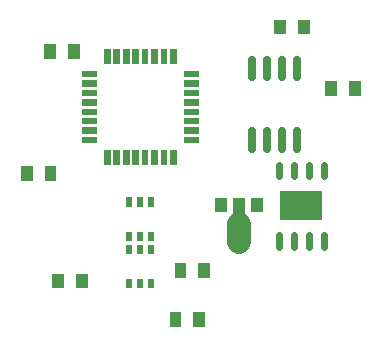
<source format=gbp>
G04 Layer: BottomPasteMaskLayer*
G04 EasyEDA v6.4.7, 2020-10-05T14:23:05+01:00*
G04 80753c53b72f4884ac218c40b0928968,81cdacc9909441f8a3d49748f20dc12b,10*
G04 Gerber Generator version 0.2*
G04 Scale: 100 percent, Rotated: No, Reflected: No *
G04 Dimensions in millimeters *
G04 leading zeros omitted , absolute positions ,3 integer and 3 decimal *
%FSLAX33Y33*%
%MOMM*%
G90*
D02*

%ADD12C,0.700001*%
%ADD31C,0.599999*%
%ADD32C,2.000001*%

%LPD*%
G54D31*
G01X25907Y14254D02*
G01X25907Y13254D01*
G01X27177Y14254D02*
G01X27177Y13254D01*
G01X28447Y14254D02*
G01X28447Y13254D01*
G01X29717Y14254D02*
G01X29717Y13254D01*
G01X25907Y8310D02*
G01X25907Y7310D01*
G01X27177Y8310D02*
G01X27177Y7310D01*
G01X28447Y8310D02*
G01X28447Y7310D01*
G01X29717Y8310D02*
G01X29717Y7310D01*
G54D12*
G01X27449Y17102D02*
G01X27449Y15602D01*
G01X26179Y17102D02*
G01X26179Y15602D01*
G01X24909Y17102D02*
G01X24909Y15602D01*
G01X23639Y17102D02*
G01X23639Y15602D01*
G01X27449Y23147D02*
G01X27449Y21647D01*
G01X26179Y23147D02*
G01X26179Y21647D01*
G01X24909Y23147D02*
G01X24909Y21647D01*
G01X23639Y23147D02*
G01X23639Y21647D01*
G54D32*
G01X22588Y9210D02*
G01X22588Y7710D01*
G36*
G01X19133Y22202D02*
G01X17863Y22202D01*
G01X17863Y21643D01*
G01X19133Y21643D01*
G01X19133Y22202D01*
G37*
G36*
G01X19133Y21414D02*
G01X17863Y21414D01*
G01X17863Y20855D01*
G01X19133Y20855D01*
G01X19133Y21414D01*
G37*
G36*
G01X19133Y20601D02*
G01X17863Y20601D01*
G01X17863Y20043D01*
G01X19133Y20043D01*
G01X19133Y20601D01*
G37*
G36*
G01X19133Y19814D02*
G01X17863Y19814D01*
G01X17863Y19255D01*
G01X19133Y19255D01*
G01X19133Y19814D01*
G37*
G36*
G01X19133Y19001D02*
G01X17863Y19001D01*
G01X17863Y18442D01*
G01X19133Y18442D01*
G01X19133Y19001D01*
G37*
G36*
G01X19133Y18214D02*
G01X17863Y18214D01*
G01X17863Y17655D01*
G01X19133Y17655D01*
G01X19133Y18214D01*
G37*
G36*
G01X19133Y17401D02*
G01X17863Y17401D01*
G01X17863Y16842D01*
G01X19133Y16842D01*
G01X19133Y17401D01*
G37*
G36*
G01X19133Y16614D02*
G01X17863Y16614D01*
G01X17863Y16055D01*
G01X19133Y16055D01*
G01X19133Y16614D01*
G37*
G36*
G01X17279Y15471D02*
G01X16720Y15471D01*
G01X16720Y14201D01*
G01X17279Y14201D01*
G01X17279Y15471D01*
G37*
G36*
G01X16492Y15471D02*
G01X15933Y15471D01*
G01X15933Y14201D01*
G01X16492Y14201D01*
G01X16492Y15471D01*
G37*
G36*
G01X15679Y15471D02*
G01X15120Y15471D01*
G01X15120Y14201D01*
G01X15679Y14201D01*
G01X15679Y15471D01*
G37*
G36*
G01X14892Y15471D02*
G01X14333Y15471D01*
G01X14333Y14201D01*
G01X14892Y14201D01*
G01X14892Y15471D01*
G37*
G36*
G01X14079Y15471D02*
G01X13520Y15471D01*
G01X13520Y14201D01*
G01X14079Y14201D01*
G01X14079Y15471D01*
G37*
G36*
G01X13291Y15471D02*
G01X12733Y15471D01*
G01X12733Y14201D01*
G01X13291Y14201D01*
G01X13291Y15471D01*
G37*
G36*
G01X12479Y15471D02*
G01X11920Y15471D01*
G01X11920Y14201D01*
G01X12479Y14201D01*
G01X12479Y15471D01*
G37*
G36*
G01X11691Y15471D02*
G01X11132Y15471D01*
G01X11132Y14201D01*
G01X11691Y14201D01*
G01X11691Y15471D01*
G37*
G36*
G01X10548Y16614D02*
G01X9278Y16614D01*
G01X9278Y16055D01*
G01X10548Y16055D01*
G01X10548Y16614D01*
G37*
G36*
G01X10548Y17401D02*
G01X9278Y17401D01*
G01X9278Y16842D01*
G01X10548Y16842D01*
G01X10548Y17401D01*
G37*
G36*
G01X10548Y18214D02*
G01X9278Y18214D01*
G01X9278Y17655D01*
G01X10548Y17655D01*
G01X10548Y18214D01*
G37*
G36*
G01X10548Y19001D02*
G01X9278Y19001D01*
G01X9278Y18442D01*
G01X10548Y18442D01*
G01X10548Y19001D01*
G37*
G36*
G01X10548Y19814D02*
G01X9278Y19814D01*
G01X9278Y19255D01*
G01X10548Y19255D01*
G01X10548Y19814D01*
G37*
G36*
G01X10548Y20601D02*
G01X9278Y20601D01*
G01X9278Y20043D01*
G01X10548Y20043D01*
G01X10548Y20601D01*
G37*
G36*
G01X10548Y21414D02*
G01X9278Y21414D01*
G01X9278Y20855D01*
G01X10548Y20855D01*
G01X10548Y21414D01*
G37*
G36*
G01X10548Y22202D02*
G01X9278Y22202D01*
G01X9278Y21643D01*
G01X10548Y21643D01*
G01X10548Y22202D01*
G37*
G36*
G01X11691Y24056D02*
G01X11132Y24056D01*
G01X11132Y22786D01*
G01X11691Y22786D01*
G01X11691Y24056D01*
G37*
G36*
G01X12479Y24056D02*
G01X11920Y24056D01*
G01X11920Y22786D01*
G01X12479Y22786D01*
G01X12479Y24056D01*
G37*
G36*
G01X13291Y24056D02*
G01X12733Y24056D01*
G01X12733Y22786D01*
G01X13291Y22786D01*
G01X13291Y24056D01*
G37*
G36*
G01X14079Y24056D02*
G01X13520Y24056D01*
G01X13520Y22786D01*
G01X14079Y22786D01*
G01X14079Y24056D01*
G37*
G36*
G01X14892Y24056D02*
G01X14333Y24056D01*
G01X14333Y22786D01*
G01X14892Y22786D01*
G01X14892Y24056D01*
G37*
G36*
G01X15679Y24056D02*
G01X15120Y24056D01*
G01X15120Y22786D01*
G01X15679Y22786D01*
G01X15679Y24056D01*
G37*
G36*
G01X16492Y24056D02*
G01X15933Y24056D01*
G01X15933Y22786D01*
G01X16492Y22786D01*
G01X16492Y24056D01*
G37*
G36*
G01X17279Y24056D02*
G01X16720Y24056D01*
G01X16720Y22786D01*
G01X17279Y22786D01*
G01X17279Y24056D01*
G37*
G36*
G01X26062Y9532D02*
G01X29563Y9532D01*
G01X29563Y12032D01*
G01X26062Y12032D01*
G01X26062Y9532D01*
G37*
G36*
G01X14837Y4565D02*
G01X14837Y3765D01*
G01X15347Y3765D01*
G01X15347Y4565D01*
G01X14837Y4565D01*
G37*
G36*
G01X13897Y4565D02*
G01X13897Y3765D01*
G01X14408Y3765D01*
G01X14408Y4565D01*
G01X13897Y4565D01*
G37*
G36*
G01X12957Y4565D02*
G01X12957Y3765D01*
G01X13468Y3765D01*
G01X13468Y4565D01*
G01X12957Y4565D01*
G37*
G36*
G01X12957Y7461D02*
G01X12957Y6661D01*
G01X13468Y6661D01*
G01X13468Y7461D01*
G01X12957Y7461D01*
G37*
G36*
G01X13897Y7461D02*
G01X13897Y6661D01*
G01X14408Y6661D01*
G01X14408Y7461D01*
G01X13897Y7461D01*
G37*
G36*
G01X14837Y7461D02*
G01X14837Y6661D01*
G01X15347Y6661D01*
G01X15347Y7461D01*
G01X14837Y7461D01*
G37*
G36*
G01X20100Y5882D02*
G01X19100Y5882D01*
G01X19100Y4632D01*
G01X20100Y4632D01*
G01X20100Y5882D01*
G37*
G36*
G01X18100Y5882D02*
G01X17100Y5882D01*
G01X17100Y4632D01*
G01X18100Y4632D01*
G01X18100Y5882D01*
G37*
G36*
G01X19691Y1763D02*
G01X18691Y1763D01*
G01X18691Y512D01*
G01X19691Y512D01*
G01X19691Y1763D01*
G37*
G36*
G01X17691Y1763D02*
G01X16691Y1763D01*
G01X16691Y512D01*
G01X17691Y512D01*
G01X17691Y1763D01*
G37*
G36*
G01X13465Y10684D02*
G01X13465Y11484D01*
G01X12955Y11484D01*
G01X12955Y10684D01*
G01X13465Y10684D01*
G37*
G36*
G01X14405Y10684D02*
G01X14405Y11484D01*
G01X13895Y11484D01*
G01X13895Y10684D01*
G01X14405Y10684D01*
G37*
G36*
G01X15345Y10684D02*
G01X15345Y11484D01*
G01X14834Y11484D01*
G01X14834Y10684D01*
G01X15345Y10684D01*
G37*
G36*
G01X15345Y7788D02*
G01X15345Y8589D01*
G01X14834Y8589D01*
G01X14834Y7788D01*
G01X15345Y7788D01*
G37*
G36*
G01X14405Y7788D02*
G01X14405Y8589D01*
G01X13895Y8589D01*
G01X13895Y7788D01*
G01X14405Y7788D01*
G37*
G36*
G01X13465Y7788D02*
G01X13465Y8589D01*
G01X12955Y8589D01*
G01X12955Y7788D01*
G01X13465Y7788D01*
G37*
G36*
G01X9066Y24452D02*
G01X8066Y24452D01*
G01X8066Y23202D01*
G01X9066Y23202D01*
G01X9066Y24452D01*
G37*
G36*
G01X7066Y24452D02*
G01X6066Y24452D01*
G01X6066Y23202D01*
G01X7066Y23202D01*
G01X7066Y24452D01*
G37*
G36*
G01X7095Y14102D02*
G01X6095Y14102D01*
G01X6095Y12852D01*
G01X7095Y12852D01*
G01X7095Y14102D01*
G37*
G36*
G01X5095Y14102D02*
G01X4095Y14102D01*
G01X4095Y12852D01*
G01X5095Y12852D01*
G01X5095Y14102D01*
G37*
G36*
G01X32879Y21341D02*
G01X31879Y21341D01*
G01X31879Y20091D01*
G01X32879Y20091D01*
G01X32879Y21341D01*
G37*
G36*
G01X30879Y21341D02*
G01X29879Y21341D01*
G01X29879Y20091D01*
G01X30879Y20091D01*
G01X30879Y21341D01*
G37*
G36*
G01X6755Y3781D02*
G01X7755Y3781D01*
G01X7755Y5031D01*
G01X6755Y5031D01*
G01X6755Y3781D01*
G37*
G36*
G01X8755Y3781D02*
G01X9755Y3781D01*
G01X9755Y5031D01*
G01X8755Y5031D01*
G01X8755Y3781D01*
G37*
G36*
G01X22092Y9540D02*
G01X23083Y9540D01*
G01X23083Y11445D01*
G01X22092Y11445D01*
G01X22092Y9540D01*
G37*
G36*
G01X20568Y10200D02*
G01X21559Y10200D01*
G01X21559Y11394D01*
G01X20568Y11394D01*
G01X20568Y10200D01*
G37*
G36*
G01X23616Y10200D02*
G01X24607Y10200D01*
G01X24607Y11394D01*
G01X23616Y11394D01*
G01X23616Y10200D01*
G37*
G36*
G01X28530Y26533D02*
G01X27530Y26533D01*
G01X27530Y25282D01*
G01X28530Y25282D01*
G01X28530Y26533D01*
G37*
G36*
G01X26530Y26533D02*
G01X25530Y26533D01*
G01X25530Y25282D01*
G01X26530Y25282D01*
G01X26530Y26533D01*
G37*
M00*
M02*

</source>
